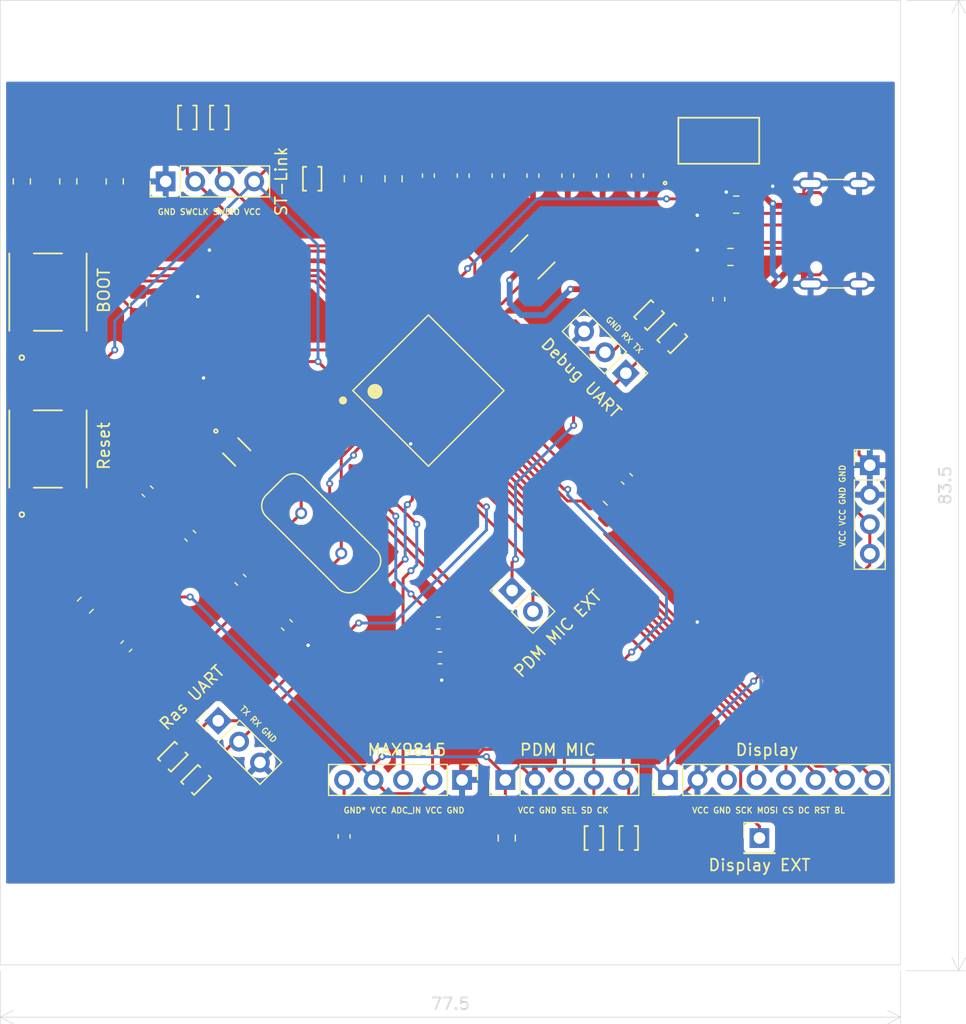
<source format=kicad_pcb>
(kicad_pcb (version 20241229) (generator "pcbnew") (generator_version "9.0")
  (layers (0 "F.Cu" signal) (2 "B.Cu" signal) (13 "F.Paste" user) (15 "B.Paste" user) (5 "F.SilkS" user "F.Silkscreen") (7 "B.SilkS" user "B.Silkscreen") (1 "F.Mask" user) (3 "B.Mask" user) (25 "Edge.Cuts" user))
  (net 0 "")
  (net 1 "VCC")
  (net 2 "GND")
  (net 3 "/NRST")
  (net 4 "/OSC32_IN")
  (net 5 "/OSC32_OUT")
  (net 6 "/OSC_IN")
  (net 7 "/OSC_OUT")
  (net 8 "/VIN")
  (net 9 "Net-(U1-VCAP1)")
  (net 10 "Net-(J2-Pin_5)")
  (net 11 "/UART2_TX")
  (net 12 "/UART2_RX")
  (net 13 "/UART1_TX")
  (net 14 "/UART1_RX")
  (net 15 "/SWCLK")
  (net 16 "/SWDIO")
  (net 17 "/I2S2_CK")
  (net 18 "/I2S2_SD")
  (net 19 "/USB_D-_Raw")
  (net 20 "/USB_D+_Raw")
  (net 21 "/ADC1_IN0")
  (net 22 "/MIC_SEL")
  (net 23 "/I2S2_ext_SD")
  (net 24 "/I2S2_WS")
  (net 25 "/DC")
  (net 26 "/RST")
  (net 27 "/SPI1_SCK")
  (net 28 "/CS")
  (net 29 "/BL")
  (net 30 "/SPI1_MOSI")
  (net 31 "/SPI1_MISO")
  (net 32 "Net-(LED1-Pad2)")
  (net 33 "Net-(LED2-Pad2)")
  (net 34 "Net-(LED3-Pad2)")
  (net 35 "/BOOT_1")
  (net 36 "/BOOT_0")
  (net 37 "/LED1")
  (net 38 "/LED2")
  (net 39 "/LED3")
  (net 50 "/USB_D-")
  (net 54 "/USB_D+")
  (net 68 "Net-(J11-CC2)")
  (net 70 "Net-(J11-CC1)")
  (footprint "Capacitor_SMD:C_0603_1608Metric_Pad1.08x0.95mm_HandSolder" (layer "F.Cu") (at 161.853375 87.585608 -90)
    (property "Reference" "C2" (hide yes))
    (property "Value" "100n" (hide yes))
  )
  (footprint "Capacitor_SMD:C_0603_1608Metric_Pad1.08x0.95mm_HandSolder" (layer "F.Cu") (at 122.674198 114.750387 135)
    (property "Reference" "C9" (hide yes))
    (property "Value" "20p" (hide yes))
  )
  (footprint "Capacitor_SMD:C_0603_1608Metric_Pad1.08x0.95mm_HandSolder" (layer "F.Cu") (at 171.853375 98.223107 -90)
    (property "Reference" "C13" (hide yes))
    (property "Value" "0.1u" (hide yes))
  )
  (footprint "Resistor_SMD:R_0805_2012Metric_Pad1.20x1.40mm_HandSolder" (layer "F.Cu") (at 111.853375 88.085608 90)
    (property "Reference" "R8" (hide yes))
    (property "Value" "150" (hide yes))
  )
  (footprint "Connector_PinHeader_2.54mm:PinHeader_1x01_P2.54mm_Vertical" (layer "F.Cu") (at 175.353375 144.585608)
    (property "Reference" "J7" (hide yes))
    (property "Value" "Display EXT")
  )
  (footprint "Connector_PinHeader_2.54mm:PinHeader_1x04_P2.54mm_Vertical" (layer "F.Cu") (at 184.853375 112.505608)
    (property "Reference" "J8" (hide yes))
    (property "Value" "VCC VCC GND GND")
  )
  (footprint "Capacitor_SMD:C_0603_1608Metric_Pad1.08x0.95mm_HandSolder" (layer "F.Cu") (at 152.853375 87.585608 -90)
    (property "Reference" "C4" (hide yes))
    (property "Value" "100n" (hide yes))
  )
  (footprint "Resistor_SMD:R_0805_2012Metric_Pad1.20x1.40mm_HandSolder" (layer "F.Cu") (at 121.853375 98.585608 90)
    (property "Reference" "R2" (hide yes))
    (property "Value" "10k" (hide yes))
  )
  (footprint "Connector_PinHeader_2.54mm:PinHeader_1x05_P2.54mm_Vertical" (layer "F.Cu") (at 153.478375 139.585608 90)
    (property "Reference" "J4" (hide yes))
    (property "Value" "PDM MIC")
  )
  (footprint "Connector_USB:USB_C_Receptacle_GCT_USB4105-xx-A_16P_TopMnt_Horizontal" (layer "F.Cu") (at 182.853375 92.585608 90)
    (property "Reference" "J11" (hide yes))
    (property "Value" "USB_C_Receptacle_USB2.0_16P" (hide yes))
  )
  (footprint "Capacitor_SMD:C_0603_1608Metric_Pad1.08x0.95mm_HandSolder" (layer "F.Cu") (at 147.853375 129.085608)
    (property "Reference" "C15" (hide yes))
    (property "Value" "0.1u" (hide yes))
  )
  (footprint "222AMVBAR:SO4_222A-M-V-B_CTS" (layer "F.Cu") (at 114.103374 97.61061 90)
    (property "Reference" "SW2" (hide yes))
    (property "Value" "222AMVBAR" (hide yes))
  )
  (footprint "Capacitor_SMD:C_0805_2012Metric_Pad1.18x1.45mm_HandSolder" (layer "F.Cu") (at 140.353376 87.855608 -90)
    (property "Reference" "C20" (hide yes))
    (property "Value" "10u" (hide yes))
  )
  (footprint "MountingHole:MountingHole_3.2mm_M3" (layer "F.Cu") (at 184 152)
    (property "Reference" "H4" (hide yes))
    (property "Value" "MountingHole" (hide yes))
  )
  (footprint "Capacitor_SMD:C_0603_1608Metric_Pad1.08x0.95mm_HandSolder" (layer "F.Cu") (at 155.853375 87.585608 -90)
    (property "Reference" "C5" (hide yes))
    (property "Value" "100n" (hide yes))
  )
  (footprint "Connector_PinHeader_2.54mm:PinHeader_1x08_P2.54mm_Vertical" (layer "F.Cu") (at 167.478375 139.585608 90)
    (property "Reference" "J6" (hide yes))
    (property "Value" "Display")
  )
  (footprint "Resistor_SMD:R_0805_2012Metric_Pad1.20x1.40mm_HandSolder" (layer "F.Cu") (at 173.353375 90.085608 180)
    (property "Reference" "R5" (hide yes))
    (property "Value" "5.1k" (hide yes))
  )
  (footprint "MountingHole:MountingHole_3.2mm_M3" (layer "F.Cu") (at 184 76)
    (property "Reference" "H1" (hide yes))
    (property "Value" "MountingHole" (hide yes))
  )
  (footprint "Capacitor_SMD:C_0603_1608Metric_Pad1.08x0.95mm_HandSolder" (layer "F.Cu") (at 146.853375 87.585608 -90)
    (property "Reference" "C1" (hide yes))
    (property "Value" "100n" (hide yes))
  )
  (footprint "PESD3V3:DIODE_PESD3V3L1BA_115_NEX-L" (layer "F.Cu") (at 167.853375 101.585608 45)
    (property "Reference" "CR5" (hide yes))
    (property "Value" "PESD3V3L1BA_115" (hide yes))
  )
  (footprint "USBLC6_2SC6Y:SOT23-6L_STM-L" (layer "F.Cu") (at 155.853375 94.585608 -135)
    (property "Reference" "U2" (hide yes))
    (property "Value" "USBLC6-2SC6Y" (hide yes))
  )
  (footprint "Capacitor_SMD:C_0805_2012Metric_Pad1.18x1.45mm_HandSolder" (layer "F.Cu") (at 143.853376 87.855608 -90)
    (property "Reference" "C14" (hide yes))
    (property "Value" "10u" (hide yes))
  )
  (footprint "Capacitor_SMD:C_0805_2012Metric_Pad1.18x1.45mm_HandSolder" (layer "F.Cu") (at 153.598375 144.585608 90)
    (property "Reference" "C19" (hide yes))
    (property "Value" "10u" (hide yes))
  )
  (footprint "Capacitor_SMD:C_0603_1608Metric_Pad1.08x0.95mm_HandSolder" (layer "F.Cu") (at 126.353375 118.585608 -45)
    (property "Reference" "C10" (hide yes))
    (property "Value" "20p" (hide yes))
  )
  (footprint "PESD3V3:DIODE_PESD3V3L1BA_115_NEX-L" (layer "F.Cu") (at 164.098375 144.585608 -90)
    (property "Reference" "CR16" (hide yes))
    (property "Value" "PESD3V3L1BA_115" (hide yes))
  )
  (footprint "LD1117S33CTR:SOT-223_STM-L" (layer "F.Cu") (at 171.853375 84.585608)
    (property "Reference" "CR1" (hide yes))
    (property "Value" "LD1117S33CTR" (hide yes))
  )
  (footprint "PESD3V3:DIODE_PESD3V3L1BA_115_NEX-L" (layer "F.Cu") (at 128.853375 82.585608 90)
    (property "Reference" "CR14" (hide yes))
    (property "Value" "PESD3V3L1BA_115" (hide yes))
  )
  (footprint "Resistor_SMD:R_0805_2012Metric_Pad1.20x1.40mm_HandSolder" (layer "F.Cu") (at 119.853375 88.085608 90)
    (property "Reference" "R6" (hide yes))
    (property "Value" "150" (hide yes))
  )
  (footprint "Connector_PinHeader_2.54mm:PinHeader_1x03_P2.54mm_Vertical" (layer "F.Cu") (at 128.761273 134.493506 45)
    (property "Reference" "J3" (hide yes))
    (property "Value" "Ras UART")
  )
  (footprint "Connector_PinHeader_2.54mm:PinHeader_1x05_P2.54mm_Vertical" (layer "F.Cu") (at 149.753375 139.585608 -90)
    (property "Reference" "J2" (hide yes))
    (property "Value" "MAX9815")
  )
  (footprint "ECS_327:XTAL_ECS-31B_ECS-L" (layer "F.Cu") (at 130.353375 111.360267 -45)
    (property "Reference" "XTAL1" (hide yes))
    (property "Value" "ECS-.327-12.5-34B-TR" (hide yes))
  )
  (footprint "STM32F411RE6:QFP50P1200X1200X160-64N" (layer "F.Cu") (at 146.853375 106.085608 45)
    (property "Reference" "U1" (hide yes))
    (property "Value" "STM32F411RET6" (hide yes))
  )
  (footprint "Capacitor_SMD:C_0603_1608Metric_Pad1.08x0.95mm_HandSolder" (layer "F.Cu") (at 149.853376 87.585608 -90)
    (property "Reference" "C6" (hide yes))
    (property "Value" "100n" (hide yes))
  )
  (footprint "222AMVBAR:SO4_222A-M-V-B_CTS" (layer "F.Cu") (at 114.103374 111.11061 90)
    (property "Reference" "SW1" (hide yes))
    (property "Value" "222AMVBAR" (hide yes))
  )
  (footprint "Capacitor_SMD:C_0603_1608Metric_Pad1.08x0.95mm_HandSolder" (layer "F.Cu") (at 147.715875 126.085608)
    (property "Reference" "C16" (hide yes))
    (property "Value" "1u" (hide yes))
  )
  (footprint "Connector_PinHeader_2.54mm:PinHeader_1x04_P2.54mm_Vertical" (layer "F.Cu") (at 124.233375 88.085608 90)
    (property "Reference" "J10" (hide yes))
    (property "Value" "ST-Link")
  )
  (footprint "LTST_C190GKT:LED_LTST-C190CKT_LTO" (layer "F.Cu") (at 115.853375 82.585608 -90)
    (property "Reference" "LED2" (hide yes))
    (property "Value" "LTST-C190GKT" (hide yes))
  )
  (footprint "PESD3V3:DIODE_PESD3V3L1BA_115_NEX-L" (layer "F.Cu") (at 126.853375 139.585608 -135)
    (property "Reference" "CR4" (hide yes))
    (property "Value" "PESD3V3L1BA_115" (hide yes))
  )
  (footprint "PESD3V3:DIODE_PESD3V3L1BA_115_NEX-L" (layer "F.Cu") (at 124.853375 137.585608 -135)
    (property "Reference" "CR3" (hide yes))
    (property "Value" "PESD3V3L1BA_115" (hide yes))
  )
  (footprint "Resistor_SMD:R_0805_2012Metric_Pad1.20x1.40mm_HandSolder" (layer "F.Cu") (at 115.853375 88.085608 90)
    (property "Reference" "R7" (hide yes))
    (property "Value" "150" (hide yes))
  )
  (footprint "Connector_PinHeader_2.54mm:PinHeader_1x03_P2.54mm_Vertical" (layer "F.Cu") (at 163.853375 104.585608 -135)
    (property "Reference" "J9" (hide yes))
    (property "Value" "Debug UART")
  )
  (footprint "Capacitor_SMD:C_0603_1608Metric_Pad1.08x0.95mm_HandSolder" (layer "F.Cu") (at 130.674198 122.360266 -45)
    (property "Reference" "C11" (hide yes))
    (property "Value" "20p" (hide yes))
  )
  (footprint "PESD3V3:DIODE_PESD3V3L1BA_115_NEX-L" (layer "F.Cu") (at 165.853375 99.585608 45)
    (property "Reference" "CR6" (hide yes))
    (property "Value" "PESD3V3L1BA_115" (hide yes))
  )
  (footprint "MountingHole:MountingHole_3.2mm_M3" (layer "F.Cu") (at 113.5 152)
    (property "Reference" "H3" (hide yes))
    (property "Value" "MountingHole" (hide yes))
  )
  (footprint "Resistor_SMD:R_0805_2012Metric_Pad1.20x1.40mm_HandSolder" (layer "F.Cu") (at 172.853375 94.585608 180)
    (property "Reference" "R4" (hide yes))
    (property "Value" "5.1k" (hide yes))
  )
  (footprint "PESD3V3:DIODE_PESD3V3L1BA_115_NEX-L" (layer "F.Cu") (at 126.100775 82.585608 90)
    (property "Reference" "CR13" (hide yes))
    (property "Value" "PESD3V3L1BA_115" (hide yes))
  )
  (footprint "Capacitor_SMD:C_0603_1608Metric_Pad1.08x0.95mm_HandSolder" (layer "F.Cu") (at 158.853376 87.585608 -90)
    (property "Reference" "C3" (hide yes))
    (property "Value" "100n" (hide yes))
  )
  (footprint "Capacitor_SMD:C_0603_1608Metric_Pad1.08x0.95mm_HandSolder" (layer "F.Cu") (at 120.853375 128.085608 45)
    (property "Reference" "C8" (hide yes))
    (property "Value" "0.1u" (hide yes))
  )
  (footprint "PESD3V3:DIODE_PESD3V3L1BA_115_NEX-L" (layer "F.Cu") (at 136.853376 87.855608 -90)
    (property "Reference" "CR2" (hide yes))
    (property "Value" "PESD3V3L1BA_115" (hide yes))
  )
  (footprint "Capacitor_SMD:C_0603_1608Metric_Pad1.08x0.95mm_HandSolder" (layer "F.Cu") (at 163.950602 113.682835 135)
    (property "Reference" "C17" (hide yes))
    (property "Value" "4.7u" (hide yes))
  )
  (footprint "MountingHole:MountingHole_3.2mm_M3" (layer "F.Cu") (at 113.5 76)
    (property "Reference" "H2" (hide yes))
    (property "Value" "MountingHole" (hide yes))
  )
  (footprint "LTST_C190GKT:LED_LTST-C190CKT_LTO" (layer "F.Cu") (at 119.853375 82.585608 -90)
    (property "Reference" "LED1" (hide yes))
    (property "Value" "LTST-C190GKT" (hide yes))
  )
  (footprint "Capacitor_SMD:C_0603_1608Metric_Pad1.08x0.95mm_HandSolder" (layer "F.Cu") (at 164.853375 87.585608 -90)
    (property "Reference" "C7" (hide yes))
    (property "Value" "100n" (hide yes))
  )
  (footprint "PESD3V3:DIODE_PESD3V3L1BA_115_NEX-L" (layer "F.Cu") (at 161.098375 144.585608 -90)
    (property "Reference" "CR18" (hide yes))
    (property "Value" "PESD3V3L1BA_115" (hide yes))
  )
  (footprint "Capacitor_SMD:C_0603_1608Metric_Pad1.08x0.95mm_HandSolder" (layer "F.Cu") (at 139.598375 144.448109 -90)
    (property "Reference" "C18" (hide yes))
    (property "Value" "1u" (hide yes))
  )
  (footprint "Capacitor_SMD:C_0603_1608Metric_Pad1.08x0.95mm_HandSolder" (layer "F.Cu") (at 134.674197 126.250387 -45)
    (property "Reference" "C12" (hide yes))
    (property "Value" "20p" (hide yes))
  )
  (footprint "ECS_80:XTAL_ECS-80-20-4X" (layer "F.Cu") (at 137.628034 118.360267 -45)
    (property "Reference" "Y1" (hide yes))
    (property "Value" "ECS-80-20-4X" (hide yes))
  )
  (footprint "Resistor_SMD:R_0805_2012Metric_Pad1.20x1.40mm_HandSolder" (layer "F.Cu") (at 117.317842 124.550075 45)
    (property "Reference" "R3" (hide yes))
    (property "Value" "10k" (hide yes))
  )
  (footprint "LTST_C190GKT:LED_LTST-C190CKT_LTO" (layer "F.Cu") (at 111.853375 82.585608 -90)
    (property "Reference" "LED3" (hide yes))
    (property "Value" "LTST-C190GKT" (hide yes))
  )
  (footprint "Connector_PinHeader_2.54mm:PinHeader_1x02_P2.54mm_Vertical" (layer "F.Cu") (at 154.057324 123.289557 45)
    (property "Reference" "J5" (hide yes))
    (property "Value" "PDM MIC EXT")
  )
  (footprint "Resistor_SMD:R_0805_2012Metric_Pad1.20x1.40mm_HandSolder" (layer "F.Cu") (at 161.560482 116.292715 -45)
    (property "Reference" "R1" (hide yes))
    (property "Value" "10k" (hide yes))
  )
  (gr_rect (start 110 72.5) (end 187.5 155.5) (stroke (width 0.05)) (fill no) (layer "Edge.Cuts"))
  (gr_text "GND SWCLK SWDIO VCC" (at 123.5 91 0) (layer "F.SilkS") (effects (font (size 0.5 0.5) (thickness 0.1) (bold yes)) (justify left bottom)))
  (gr_text "TX RX GND" (at 130.5 133.5 315) (layer "F.SilkS") (effects (font (size 0.5 0.5) (thickness 0.1) (bold yes)) (justify left bottom)))
  (gr_text "GND* VCC ADC_IN VCC GND" (at 139.5 142.5 0) (layer "F.SilkS") (effects (font (size 0.5 0.5) (thickness 0.1) (bold yes)) (justify left bottom)))
  (gr_text "BOOT" (at 119.5 99.5 90) (layer "F.SilkS") (effects (font (size 1 1)) (justify left bottom)))
  (gr_text "VCC GND SCK MOSI CS DC RST BL" (at 169.5 142.5 0) (layer "F.SilkS") (effects (font (size 0.5 0.5) (thickness 0.1) (bold yes)) (justify left bottom)))
  (gr_text "GND RX TX" (at 162 100 315) (layer "F.SilkS") (effects (font (size 0.5 0.5) (thickness 0.1) (bold yes)) (justify left bottom)))
  (gr_text "VCC GND SEL SD CK" (at 154.5 142.5 0) (layer "F.SilkS") (effects (font (size 0.5 0.5) (thickness 0.1) (bold yes)) (justify left bottom)))
  (gr_text "Reset" (at 119.5 113 90) (layer "F.SilkS") (effects (font (size 1 1)) (justify left bottom)))
  (dimension (type orthogonal) (layer "Edge.Cuts") (pts (xy 187.5 155.5) (xy 110 155.5)) (height 4.5) (orientation 0) (format (prefix "") (suffix "") (units 3) (units_format 0) (precision 4) (suppress_zeroes yes)) (style (thickness 0.05) (arrow_length 1.27) (text_position_mode 0) (arrow_direction outward) (extension_height 0.58642) (extension_offset 0.5) (keep_text_aligned yes)) (gr_text "77.5" (at 148.75 158.85 0) (layer "Edge.Cuts") (effects (font (size 1 1) (thickness 0.15)))))
  (dimension (type orthogonal) (layer "Edge.Cuts") (pts (xy 187.5 156) (xy 187.5 72.5)) (height 5) (orientation 1) (format (prefix "") (suffix "") (units 3) (units_format 0) (precision 4) (suppress_zeroes yes)) (style (thickness 0.05) (arrow_length 1.27) (text_position_mode 0) (arrow_direction outward) (extension_height 0.58642) (extension_offset 0.5) (keep_text_aligned yes)) (gr_text "83.5" (at 191.35 114.25 90) (layer "Edge.Cuts") (effects (font (size 1 1) (thickness 0.15)))))
  (segment (start 153.535534 107.464466) (end 158.1938 112.122732) (width 0.254) (layer "F.Cu") (net 1))
  (segment (start 146.853375 126.085608) (end 146.853375 126.585608) (width 0.254) (layer "F.Cu") (net 1))
  (segment (start 184.853375 120.125608) (end 184.853375 121.085608) (width 0.254) (layer "F.Cu") (net 1))
  (segment (start 148.232233 97.70675) (end 150.353375 95.585608) (width 0.254) (layer "F.Cu") (net 1))
  (segment (start 136.876327 86.630607) (end 136.853376 86.653558) (width 0.254) (layer "F.Cu") (net 1))
  (segment (start 184.853375 121.085608) (end 174.853375 131.085608) (width 0.254) (layer "F.Cu") (net 1))
  (segment (start 144.046731 116.892252) (end 143.398375 116.243896) (width 0.254) (layer "F.Cu") (net 1))
  (segment (start 117.853375 104.585608) (end 112.853375 104.585608) (width 0.254) (layer "F.Cu") (net 1))
  (segment (start 111.853373 103.585606) (end 111.853373 101.585608) (width 0.254) (layer "F.Cu") (net 1))
  (segment (start 119.853375 102.585608) (end 117.853375 104.585608) (width 0.254) (layer "F.Cu") (net 1))
  (segment (start 146.990875 129.223108) (end 147.213375 129.445608) (width 0.254) (layer "F.Cu") (net 1))
  (segment (start 143.853376 86.818108) (end 140.353376 86.818108) (width 0.254) (layer "F.Cu") (net 1))
  (segment (start 118.024949 123.842968) (end 126.342968 123.842968) (width 0.254) (layer "F.Cu") (net 1))
  (segment (start 142.133375 139.585608) (end 142.133375 138.305608) (width 0.254) (layer "F.Cu") (net 1))
  (segment (start 171.853375 87.735209) (end 170.841273 86.723107) (width 0.254) (layer "F.Cu") (net 1))
  (segment (start 143.398375 116.243896) (end 143.398375 112.722589) (width 0.254) (layer "F.Cu") (net 1))
  (segment (start 153.478375 139.585608) (end 153.478375 143.428108) (width 0.254) (layer "F.Cu") (net 1))
  (segment (start 170.002976 89.585608) (end 171.853375 87.735209) (width 0.254) (layer "F.Cu") (net 1))
  (segment (start 127.853375 106.585608) (end 133.414392 106.585608) (width 0.254) (layer "F.Cu") (net 1))
  (segment (start 146.990875 126.723108) (end 146.990875 129.085608) (width 0.254) (layer "F.Cu") (net 1))
  (segment (start 148.232233 99.403449) (end 148.232233 97.70675) (width 0.254) (layer "F.Cu") (net 1))
  (segment (start 179.390499 112.122732) (end 184.853375 117.585608) (width 0.254) (layer "F.Cu") (net 1))
  (segment (start 184.853375 120.125608) (end 184.853375 117.585608) (width 0.254) (layer "F.Cu") (net 1))
  (segment (start 118.024949 123.842968) (end 118.024949 116.414034) (width 0.254) (layer "F.Cu") (net 1))
  (segment (start 153.478375 143.428108) (end 153.598375 143.548108) (width 0.254) (layer "F.Cu") (net 1))
  (segment (start 146.035375 140.763608) (end 147.213375 139.585608) (width 0.254) (layer "F.Cu") (net 1))
  (segment (start 146.990875 129.085608) (end 146.990875 129.223108) (width 0.254) (layer "F.Cu") (net 1))
  (segment (start 146.853375 125.085608) (end 145.353375 123.585608) (width 0.254) (layer "F.Cu") (net 1))
  (segment (start 167.353375 89.585608) (end 170.002976 89.585608) (width 0.254) (layer "F.Cu") (net 1))
  (segment (start 140.353376 86.818108) (end 140.120875 86.818108) (width 0.254) (layer "F.Cu") (net 1))
  (segment (start 133.285425 86.653558) (end 136.853376 86.653558) (width 0.254) (layer "F.Cu") (net 1))
  (segment (start 170.841273 86.723107) (end 164.853375 86.723107) (width 0.254) (layer "F.Cu") (net 1))
  (segment (start 167.478375 130.599695) (end 167.478375 139.585608) (width 0.254) (layer "F.Cu") (net 1))
  (segment (start 118.024949 116.414034) (end 127.853375 106.585608) (width 0.254) (layer "F.Cu") (net 1))
  (segment (start 147.213375 129.445608) (end 147.213375 139.585608) (width 0.254) (layer "F.Cu") (net 1))
  (segment (start 146.853375 126.085608) (end 146.853375 125.085608) (width 0.254) (layer "F.Cu") (net 1))
  (segment (start 142.133375 138.305608) (end 142.853375 137.585608) (width 0.254) (layer "F.Cu") (net 1))
  (segment (start 143.311375 140.763608) (end 146.035375 140.763608) (width 0.254) (layer "F.Cu") (net 1))
  (segment (start 137.353375 103.585608) (end 136.414392 103.585608) (width 0.254) (layer "F.Cu") (net 1))
  (segment (start 149.853376 86.723107) (end 143.876327 86.723107) (width 0.254) (layer "F.Cu") (net 1))
  (segment (start 138.474517 104.70675) (end 137.353375 103.585608) (width 0.254) (layer "F.Cu") (net 1))
  (segment (start 140.120875 86.818108) (end 139.956325 86.653558) (width 0.254) (layer "F.Cu") (net 1))
  (segment (start 150.353375 95.585608) (end 150.226375 95.585608) (width 0.254) (layer "F.Cu") (net 1))
  (segment (start 139.956325 86.653558) (end 136.853376 86.653558) (width 0.254) (layer "F.Cu") (net 1))
  (segment (start 158.1938 112.122732) (end 179.390499 112.122732) (width 0.254) (layer "F.Cu") (net 1))
  (segment (start 148.93934 112.06066) (end 167.478375 130.599695) (width 0.254) (layer "F.Cu") (net 1))
  (segment (start 151.853375 137.585608) (end 153.478375 139.210608) (width 0.254) (layer "F.Cu") (net 1))
  (segment (start 146.853375 126.585608) (end 146.990875 126.723108) (width 0.254) (layer "F.Cu") (net 1))
  (segment (start 143.398375 112.722589) (end 144.413857 111.707107) (width 0.254) (layer "F.Cu") (net 1))
  (segment (start 136.414392 103.585608) (end 133.414392 106.585608) (width 0.254) (layer "F.Cu") (net 1))
  (segment (start 131.853375 88.085608) (end 133.285425 86.653558) (width 0.254) (layer "F.Cu") (net 1))
  (segment (start 164.853376 86.723108) (end 149.853376 86.723107) (width 0.254) (layer "F.Cu") (net 1))
  (segment (start 112.853375 104.585608) (end 111.853373 103.585606) (width 0.254) (layer "F.Cu") (net 1))
  (segment (start 140.171216 104.70675) (end 138.474517 104.70675) (width 0.254) (layer "F.Cu") (net 1))
  (segment (start 153.478375 139.210608) (end 153.478375 139.585608) (width 0.254) (layer "F.Cu") (net 1))
  (segment (start 142.133375 139.585608) (end 143.311375 140.763608) (width 0.254) (layer "F.Cu") (net 1))
  (via (at 142.853375 137.585608) (size 0.6) (drill 0.3) (layers "F.Cu" "B.Cu") (net 1))
  (via (at 144.046731 116.892252) (size 0.6) (drill 0.3) (layers "F.Cu" "B.Cu") (net 1))
  (via (at 145.353375 123.585608) (size 0.6) (drill 0.3) (layers "F.Cu" "B.Cu") (net 1))
  (via (at 137.353375 103.585608) (size 0.6) (drill 0.3) (layers "F.Cu" "B.Cu") (net 1))
  (via (at 167.353375 89.585608) (size 0.6) (drill 0.3) (layers "F.Cu" "B.Cu") (net 1))
  (via (at 119.853375 102.585608) (size 0.6) (drill 0.3) (layers "F.Cu" "B.Cu") (net 1))
  (via (at 174.853375 131.085608) (size 0.6) (drill 0.3) (layers "F.Cu" "B.Cu") (net 1))
  (via (at 126.342968 123.842968) (size 0.6) (drill 0.3) (layers "F.Cu" "B.Cu") (net 1))
  (via (at 151.853375 137.585608) (size 0.6) (drill 0.3) (layers "F.Cu" "B.Cu") (net 1))
  (via (at 150.226375 95.585608) (size 0.6) (drill 0.3) (layers "F.Cu" "B.Cu") (net 1))
  (segment (start 142.853375 137.585608) (end 151.853375 137.585608) (width 0.254) (layer "B.Cu") (net 1))
  (segment (start 137.353375 103.585608) (end 137.353375 93.585608) (width 0.254) (layer "B.Cu") (net 1))
  (segment (start 144.046731 116.892252) (end 144.046731 122.278964) (width 0.254) (layer "B.Cu") (net 1))
  (segment (start 150.226375 95.585608) (end 156.226375 89.585608) (width 0.254) (layer "B.Cu") (net 1))
  (segment (start 126.390735 123.842968) (end 142.133375 139.585608) (width 0.254) (layer "B.Cu") (net 1))
  (segment (start 126.342968 123.842968) (end 126.390735 123.842968) (width 0.254) (layer "B.Cu") (net 1))
  (segment (start 153.478375 139.585608) (end 154.656375 138.407608) (width 0.254) (layer "B.Cu") (net 1))
  (segment (start 144.046731 122.278964) (end 145.353375 123.585608) (width 0.254) (layer "B.Cu") (net 1))
  (segment (start 131.853375 88.085608) (end 119.853375 100.085608) (width 0.254) (layer "B.Cu") (net 1))
  (segment (start 174.853375 131.085608) (end 167.478375 138.460608) (width 0.254) (layer "B.Cu") (net 1))
  (segment (start 137.353375 93.585608) (end 131.853375 88.085608) (width 0.254) (layer "B.Cu") (net 1))
  (segment (start 154.656375 138.407608) (end 166.300375 138.407608) (width 0.254) (layer "B.Cu") (net 1))
  (segment (start 166.300375 138.407608) (end 167.478375 139.585608) (width 0.254) (layer "B.Cu") (net 1))
  (segment (start 156.226375 89.585608) (end 167.353375 89.585608) (width 0.254) (layer "B.Cu") (net 1))
  (segment (start 167.478375 138.460608) (end 167.478375 139.585608) (width 0.254) (layer "B.Cu") (net 1))
  (segment (start 119.853375 100.085608) (end 119.853375 102.585608) (width 0.254) (layer "B.Cu") (net 1))
  (segment (start 153.598375 145.623108) (end 149.753375 141.778108) (width 0.254) (layer "F.Cu") (net 2))
  (segment (start 179.748375 88.265608) (end 183.928375 88.265608) (width 0.254) (layer "F.Cu") (net 2))
  (segment (start 172.353375 90.085608) (end 170.914392 90.085608) (width 0.254) (layer "F.Cu") (net 2))
  (segment (start 183.928375 111.580608) (end 184.853375 112.505608) (width 0.254) (layer "F.Cu") (net 2))
  (segment (start 170.018375 139.585608) (end 163.980875 145.623108) (width 0.254) (layer "F.Cu") (net 2))
  (segment (start 147.974944 102.610983) (end 153.181981 107.81802) (width 0.254) (layer "F.Cu") (net 2))
  (segment (start 117.414392 115.085608) (end 127.5 105) (width 0.2) (layer "F.Cu") (net 2))
  (segment (start 177.385608 89.385608) (end 176.5 88.5) (width 0.254) (layer "F.Cu") (net 2))
  (segment (start 180.895775 95.74377) (end 180.516537 96.123008) (width 0.254) (layer "F.Cu") (net 2))
  (segment (start 140.524769 104.353196) (end 140.55588 104.353196) (width 0.254) (layer "F.Cu") (net 2))
  (segment (start 180.895775 89.427446) (end 180.895775 95.74377) (width 0.254) (layer "F.Cu") (net 2))
  (segment (start 149.753375 141.778108) (end 149.753375 139.585608) (width 0.254) (layer "F.Cu") (net 2))
  (segment (start 144.743001 110.670856) (end 145.329144 110.670856) (width 0.254) (layer "F.Cu") (net 2))
  (segment (start 164.560482 120.560482) (end 170 126) (width 0.254) (layer "F.Cu") (net 2))
  (segment (start 180.516537 96.123008) (end 179.510775 96.123008) (width 0.254) (layer "F.Cu") (net 2))
  (segment (start 149.753375 138.797481) (end 151.593248 136.957608) (width 0.254) (layer "F.Cu") (net 2))
  (segment (start 148.578375 126.085608) (end 148.578375 128.948108) (width 0.254) (layer "F.Cu") (net 2))
  (segment (start 179.173375 96.330608) (end 179.748375 96.905608) (width 0.254) (layer "F.Cu") (net 2))
  (segment (start 179.173375 89.385608) (end 179.510775 89.048208) (width 0.254) (layer "F.Cu") (net 2))
  (segment (start 149.753375 139.585608) (end 149.753375 138.797481) (width 0.254) (layer "F.Cu") (net 2))
  (segment (start 125.585608 97.585608) (end 121.853375 97.585608) (width 0.254) (layer "F.Cu") (net 2))
  (segment (start 147.974944 100.367845) (end 147.974944 102.610983) (width 0.254) (layer "F.Cu") (net 2))
  (segment (start 170.585608 94.585608) (end 171.853375 94.585608) (width 0.254) (layer "F.Cu") (net 2))
  (segment (start 124.233375 90.233375) (end 128 94) (width 0.254) (layer "F.Cu") (net 2))
  (segment (start 153.390375 136.957608) (end 156.018375 139.585608) (width 0.254) (layer "F.Cu") (net 2))
  (segment (start 170.914392 90.085608) (end 170 91) (width 0.254) (layer "F.Cu") (net 2))
  (segment (start 148.715875 129.085608) (end 148.715875 130.284125) (width 0.254) (layer "F.Cu") (net 2))
  (segment (start 126 98) (end 125.585608 97.585608) (width 0.254) (layer "F.Cu") (net 2))
  (segment (start 144.060303 111.353554) (end 144.743001 110.670856) (width 0.254) (layer "F.Cu") (net 2))
  (segment (start 124.233375 88.085608) (end 124.233375 90.233375) (width 0.254) (layer "F.Cu") (net 2))
  (segment (start 148.715875 130.284125) (end 148 131) (width 0.254) (layer "F.Cu") (net 2))
  (segment (start 183.928375 96.905608) (end 183.928375 111.580608) (width 0.254) (layer "F.Cu") (net 2))
  (segment (start 151.593248 136.957608) (end 153.390375 136.957608) (width 0.254) (layer "F.Cu") (net 2))
  (segment (start 183.928375 88.265608) (end 183.928375 96.905608) (width 0.254) (layer "F.Cu") (net 2))
  (segment (start 179.173375 89.385608) (end 177.385608 89.385608) (width 0.254) (layer "F.Cu") (net 2))
  (segment (start 164.560482 114.292715) (end 164.560482 120.560482) (width 0.254) (layer "F.Cu") (net 2))
  (segment (start 136.42381 128) (end 135.284077 126.860267) (width 0.254) (layer "F.Cu") (net 2))
  (segment (start 148.585787 112.383103) (end 148.585787 112.414214) (width 0.254) (layer "F.Cu") (net 2))
  (segment (start 136.5 128) (end 136.42381 128) (width 0.254) (layer "F.Cu") (net 2))
  (segment (start 140.55588 104.353196) (end 148.585787 112.383103) (width 0.254) (layer "F.Cu") (net 2))
  (segment (start 180.516537 89.048208) (end 180.895775 89.427446) (width 0.254) (layer "F.Cu") (net 2))
  (segment (start 172.5 89) (end 172.5 89.938983) (width 0.254) (layer "F.Cu") (net 2))
  (segment (start 183.928375 96.905608) (end 179.748375 96.905608) (width 0.254) (layer "F.Cu") (net 2))
  (segment (start 179.173375 89.385608) (end 179.173375 88.840608) (width 0.254) (layer "F.Cu") (net 2))
  (segment (start 148.585787 99.757002) (end 147.974944 100.367845) (width 0.254) (layer "F.Cu") (net 2))
  (segment (start 179.510775 96.123008) (end 179.173375 95.785608) (width 0.254) (layer "F.Cu") (net 2))
  (segment (start 116.353375 115.085608) (end 117.414392 115.085608) (width 0.2) (layer "F.Cu") (net 2))
  (segment (start 163.980875 145.623108) (end 153.598375 145.623108) (width 0.254) (layer "F.Cu") (net 2))
  (segment (start 179.173375 95.785608) (end 179.173375 96.330608) (width 0.254) (layer "F.Cu") (net 2))
  (segment (start 179.173375 88.840608) (end 179.748375 88.265608) (width 0.254) (layer "F.Cu") (net 2))
  (segment (start 179.510775 89.048208) (end 180.516537 89.048208) (width 0.254) (layer "F.Cu") (net 2))
  (segment (start 148.578375 128.948108) (end 148.715875 129.085608) (width 0.254) (layer "F.Cu") (net 2))
  (segment (start 172.5 89.938983) (end 172.353375 90.085608) (width 0.254) (layer "F.Cu") (net 2))
  (segment (start 170 94) (end 170.585608 94.585608) (width 0.254) (layer "F.Cu") (net 2))
  (segment (start 127 98) (end 126 98) (width 0.254) (layer "F.Cu") (net 2))
  (via (at 176.5 88.5) (size 0.6) (drill 0.3) (layers "F.Cu" "B.Cu") (net 2))
  (via (at 170 91) (size 0.6) (drill 0.3) (layers "F.Cu" "B.Cu") (net 2))
  (via (at 136.5 128) (size 0.6) (drill 0.3) (layers "F.Cu" "B.Cu") (net 2))
  (via (at 145.329144 110.670856) (size 0.6) (drill 0.3) (layers "F.Cu" "B.Cu") (net 2))
  (via (at 170 94) (size 0.6) (drill 0.3) (layers "F.Cu" "B.Cu") (net 2))
  (via (at 172.5 89) (size 0.6) (drill 0.3) (layers "F.Cu" "B.Cu") (net 2))
  (via (at 128 94) (size 0.6) (drill 0.3) (layers "F.Cu" "B.Cu") (net 2))
  (via (at 127 98) (size 0.6) (drill 0.3) (layers "F.Cu" "B.Cu") (net 2))
  (via (at 148 131) (size 0.6) (drill 0.3) (layers "F.Cu" "B.Cu") (net 2))
  (via (at 170 126) (size 0.6) (drill 0.3) (layers "F.Cu" "B.Cu") (net 2))
  (via (at 127.5 105) (size 0.6) (drill 0.3) (layers "F.Cu" "B.Cu") (net 2))
  (segment (start 170 126) (end 170.655894 126) (width 0.254) (layer "B.Cu") (net 2))
  (segment (start 175.481375 134.122608) (end 170.018375 139.585608) (width 0.254) (layer "B.Cu") (net 2))
  (segment (start 148 131) (end 139.5 131) (width 0.254) (layer "B.Cu") (net 2))
  (segment (start 128 97) (end 127 98) (width 0.254) (layer "B.Cu") (net 2))
  (segment (start 170 91) (end 170 94) (width 0.254) (layer "B.Cu") (net 2))
  (segment (start 150.583923 110.670856) (end 160.261273 100.993506) (width 0.254) (layer "B.Cu") (net 2))
  (segment (start 170.655894 126) (end 175.481375 130.825481) (width 0.254) (layer "B.Cu") (net 2))
  (segment (start 176.5 88.5) (end 173 88.5) (width 0.254) (layer "B.Cu") (net 2))
  (segment (start 139.5 131) (end 136.5 128) (width 0.254) (layer "B.Cu") (net 2))
  (segment (start 128 94) (end 128 97) (width 0.254) (layer "B.Cu") (net 2))
  (segment (start 127.5 105) (end 127.5 98.5) (width 0.2) (layer "B.Cu") (net 2))
  (segment (start 127.5 98.5) (end 127 98) (width 0.2) (layer "B.Cu") (net 2))
  (segment (start 175.481375 130.825481) (end 175.481375 134.122608) (width 0.254) (layer "B.Cu") (net 2))
  (segment (start 145.329144 110.670856) (end 150.583923 110.670856) (width 0.254) (layer "B.Cu") (net 2))
  (segment (start 173 88.5) (end 172.5 89) (width 0.254) (layer "B.Cu") (net 2))
  (segment (start 116.540018 125.257181) (end 116.610735 125.257181) (width 0.254) (layer "F.Cu") (net 3))
  (segment (start 126.782738 128.695488) (end 138.353375 117.124851) (width 0.254) (layer "F.Cu") (net 3))
  (segment (start 120.049041 128.695488) (end 120.243495 128.695488) (width 0.254) (layer "F.Cu") (net 3))
  (segment (start 111.853373 115.085608) (end 111.853373 120.49982) (width 0.254) (layer "F.Cu") (net 3))
  (segment (start 140.412847 111.645081) (end 140.412847 111.465476) (width 0.254) (layer "F.Cu") (net 3))
  (segment (start 138.353375 117.124851) (end 138.353375 114.085608) (width 0.254) (layer "F.Cu") (net 3))
  (segment (start 116.964288 125.610735) (end 117.158741 125.610735) (width 0.254) (layer "F.Cu") (net 3))
  (segment (start 120.243495 128.695488) (end 126.782738 128.695488) (width 0.254) (layer "F.Cu") (net 3))
  (segment (start 111.853373 120.49982) (end 116.610735 125.257182) (width 0.254) (layer "F.Cu") (net 3))
  (segment (start 116.610735 125.257182) (end 120.049041 128.695488) (width 0.254) (layer "F.Cu") (net 3))
  (segment (start 116.610735 125.257181) (end 116.964288 125.610735) (width 0.254) (layer "F.Cu") (net 3))
  (segment (start 140.412847 111.465476) (end 142.292536 109.585787) (width 0.254) (layer "F.Cu") (net 3))
  (via (at 140.412847 111.645081) (size 0.6) (drill 0.3) (layers "F.Cu" "B.Cu") (net 3))
  (via (at 138.353375 114.085608) (size 0.6) (drill 0.3) (layers "F.Cu" "B.Cu") (net 3))
  (segment (start 138.353375 113.704553) (end 138.353375 114.085608) (width 0.254) (layer "B.Cu") (net 3))
  (segment (start 140.412847 111.645081) (end 138.353375 113.704553) (width 0.254) (layer "B.Cu") (net 3))
  (segment (start 129.831982 110.085608) (end 139.408832 109.641065) (width 0.254) (layer "F.Cu") (net 4))
  (segment (start 139.408832 109.641065) (end 140.878323 108.171573) (width 0.254) (layer "F.Cu") (net 4))
  (segment (start 123.284078 115.360267) (end 124.557323 115.360267) (width 0.254) (layer "F.Cu") (net 4))
  (segment (start 129.455349 110.462241) (end 129.831982 110.085608) (width 0.254) (layer "F.Cu") (net 4))
  (segment (start 124.557323 115.360267) (end 129.455349 110.462241) (width 0.254) (layer "F.Cu") (net 4))
  (segment (start 131.251401 112.258293) (end 137.353375 112.258293) (width 0.254) (layer "F.Cu") (net 5))
  (segment (start 131.251401 112.487936) (end 131.251401 112.258293) (width 0.254) (layer "F.Cu") (net 5))
  (segment (start 137.353375 112.258293) (end 141.231876 108.525126) (width 0.254) (layer "F.Cu") (net 5))
  (segment (start 125.886514 117.852823) (end 131.251401 112.487936) (width 0.254) (layer "F.Cu") (net 5))
  (segment (start 135.902693 116.634926) (end 135.902693 114.561416) (width 0.254) (layer "F.Cu") (net 6))
  (segment (start 130.064318 121.750386) (end 130.787233 121.750386) (width 0.254) (layer "F.Cu") (net 6))
  (segment (start 135.902693 114.561416) (end 141.585429 108.87868) (width 0.254) (layer "F.Cu") (net 6))
  (segment (start 130.787233 121.750386) (end 135.902693 116.634926) (width 0.254) (layer "F.Cu") (net 6))
  (segment (start 134.064317 125.640507) (end 139.353375 120.351449) (width 0.254) (layer "F.Cu") (net 7))
  (segment (start 139.353375 120.085608) (end 139.353375 111.817841) (width 0.254) (layer "F.Cu") (net 7))
  (segment (start 139.353375 120.351449) (end 139.353375 120.085608) (width 0.254) (layer "F.Cu") (net 7))
  (segment (start 139.353375 111.817841) (end 141.938983 109.232233) (width 0.254) (layer "F.Cu") (net 7))
  (segment (start 171.853375 97.360606) (end 159.078377 97.360606) (width 0.508) (layer "F.Cu") (net 8))
  (segment (start 171.853375 97.360606) (end 176.163621 97.360606) (width 0.508) (layer "F.Cu") (net 8))
  (segment (start 176.418167 90) (end 174.153375 87.735208) (width 0.508) (layer "F.Cu") (net 8))
  (segment (start 177.012114 96.512114) (end 178.538619 94.985608) (width 0.508) (layer "F.Cu") (net 8))
  (segment (start 154.95984 95.479143) (end 153.853375 96.585608) (width 0.508) (layer "F.Cu") (net 8))
  (segment (start 176.163621 97.360606) (end 177.012114 96.512114) (width 0.508) (layer "F.Cu") (net 8))
  (segment (start 176.5 90) (end 176.418167 90) (width 0.508) (layer "F.Cu") (net 8))
  (segment (start 171.853374 97.360606) (end 171.853375 97.527054) (width 0.508) (layer "F.Cu") (net 8))
  (segment (start 179.173375 90.185608) (end 176.685608 90.185608) (width 0.508) (layer "F.Cu") (net 8))
  (segment (start 176.685608 90.185608) (end 176.5 90) (width 0.508) (layer "F.Cu") (net 8))
  (segment (start 178.538619 94.985608) (end 179.173375 94.985608) (width 0.508) (layer "F.Cu") (net 8))
  (via (at 159.078377 97.360606) (size 0.6) (drill 0.3) (layers "F.Cu" "B.Cu") (net 8))
  (via (at 177.012114 96.512114) (size 0.6) (drill 0.3) (layers "F.Cu" "B.Cu") (net 8))
  (via (at 153.853375 96.585608) (size 0.6) (drill 0.3) (layers "F.Cu" "B.Cu") (net 8))
  (via (at 176.5 90) (size 0.6) (drill 0.3) (layers "F.Cu" "B.Cu") (net 8))
  (segment (start 176.5 96) (end 177.012114 96.512114) (width 0.508) (layer "B.Cu") (net 8))
  (segment (start 156.853375 99.585608) (end 159.078377 97.360606) (width 0.508) (layer "B.Cu") (net 8))
  (segment (start 153.853375 96.585608) (end 153.853375 98.585608) (width 0.508) (layer "B.Cu") (net 8))
  (segment (start 153.853375 98.585608) (end 154.853375 99.585608) (width 0.508) (layer "B.Cu") (net 8))
  (segment (start 154.853375 99.585608) (end 156.853375 99.585608) (width 0.508) (layer "B.Cu") (net 8))
  (segment (start 176.5 90) (end 176.5 96) (width 0.508) (layer "B.Cu") (net 8))
  (segment (start 157.729809 113.072955) (end 152.828427 108.171573) (width 0.254) (layer "F.Cu") (net 9))
  (segment (start 163.340722 113.072955) (end 157.729809 113.072955) (width 0.254) (layer "F.Cu") (net 9))
  (segment (start 139.598375 143.585608) (end 139.598375 139.590608) (width 0.254) (layer "F.Cu") (net 10))
  (segment (start 139.598375 139.590608) (end 139.593375 139.585608) (width 0.254) (layer "F.Cu") (net 10))
  (segment (start 128.761273 134.493506) (end 130.945477 134.493506) (width 0.254) (layer "F.Cu") (net 11))
  (segment (start 125.703353 136.73563) (end 127.945477 134.493506) (width 0.254) (layer "F.Cu") (net 11))
  (segment (start 127.945477 134.493506) (end 128.761273 134.493506) (width 0.254) (layer "F.Cu") (net 11))
  (segment (start 130.945477 134.493506) (end 144.853375 120.585608) (width 0.254) (layer "F.Cu") (net 11))
  (segment (start 145.046731 115.892252) (end 145.474517 115.464466) (width 0.254) (layer "F.Cu") (net 11))
  (segment (start 145.474517 115.464466) (end 145.474517 112.767767) (width 0.254) (layer "F.Cu") (net 11))
  (via (at 144.853375 120.585608) (size 0.6) (drill 0.3) (layers "F.Cu" "B.Cu") (net 11))
  (via (at 145.046731 115.892252) (size 0.6) (drill 0.3) (layers "F.Cu" "B.Cu") (net 11))
  (segment (start 144.853375 120.585608) (end 144.853375 116.085608) (width 0.254) (layer "B.Cu") (net 11))
  (segment (start 144.853375 116.085608) (end 145.046731 115.892252) (width 0.254) (layer "B.Cu") (net 11))
  (segment (start 151.550074 116.085608) (end 148.232233 112.767767) (width 0.254) (layer "F.Cu") (net 12))
  (segment (start 151.853375 116.085608) (end 151.550074 116.085608) (width 0.254) (layer "F.Cu") (net 12))
  (segment (start 140.761273 126.085608) (end 140.853375 126.085608) (width 0.254) (layer "F.Cu") (net 12))
  (segment (start 127.703353 138.73563) (end 130.149426 136.289557) (width 0.254) (layer "F.Cu") (net 12))
  (segment (start 130.557324 136.289557) (end 140.761273 126.085608) (width 0.254) (layer "F.Cu") (net 12))
  (segment (start 130.149426 136.289557) (end 130.557324 136.289557) (width 0.254) (layer "F.Cu") (net 12))
  (via (at 140.853375 126.085608) (size 0.6) (drill 0.3) (layers "F.Cu" "B.Cu") (net 12))
  (via (at 151.853375 116.085608) (size 0.6) (drill 0.3) (layers "F.Cu" "B.Cu") (net 12))
  (segment (start 140.853375 126.085608) (end 143.853375 126.085608) (width 0.254) (layer "B.Cu") (net 12))
  (segment (start 151.853375 118.085608) (end 151.853375 116.085608) (width 0.254) (layer "B.Cu") (net 12))
  (segment (start 143.853375 126.085608) (end 151.853375 118.085608) (width 0.254) (layer "B.Cu") (net 12))
  (segment (start 151.220981 100.657342) (end 150.353554 101.524769) (width 0.254) (layer "F.Cu") (net 13))
  (segment (start 163.853375 104.585608) (end 166.003397 102.435586) (width 0.254) (layer "F.Cu") (net 13))
  (segment (start 159.295445 105.671146) (end 154.281641 100.657342) (width 0.254) (layer "F.Cu") (net 13))
  (segment (start 163.853375 104.585608) (end 162.767837 105.671146) (width 0.254) (layer "F.Cu") (net 13))
  (segment (start 162.767837 105.671146) (end 159.295445 105.671146) (width 0.254) (layer "F.Cu") (net 13))
  (segment (start 166.003397 102.435586) (end 167.003397 102.435586) (width 0.254) (layer "F.Cu") (net 13))
  (segment (start 154.281641 100.657342) (end 151.220981 100.657342) (width 0.254) (layer "F.Cu") (net 13))
  (segment (start 162.057324 102.789557) (end 162.649426 102.789557) (width 0.254) (layer "F.Cu") (net 14))
  (segment (start 151.085608 100.085608) (end 150 101.171216) (width 0.254) (layer "F.Cu") (net 14))
  (segment (start 162.649426 102.789557) (end 165.003397 100.435586) (width 0.254) (layer "F.Cu") (net 14))
  (segment (start 154.353375 100.085608) (end 151.085608 100.085608) (width 0.254) (layer "F.Cu") (net 14))
  (segment (start 162.057324 102.789557) (end 157.057324 102.789557) (width 0.254) (layer "F.Cu") (net 14))
  (segment (start 157.057324 102.789557) (end 154.353375 100.085608) (width 0.254) (layer "F.Cu") (net 14))
  (segment (start 126.100775 87.413008) (end 126.773375 88.085608) (width 0.254) (layer "F.Cu") (net 15))
  (segment (start 140.156676 94.085608) (end 145.474517 99.403449) (width 0.254) (layer "F.Cu") (net 15))
  (segment (start 126.100775 83.787658) (end 126.100775 87.413008) (width 0.254) (layer "F.Cu") (net 15))
  (segment (start 126.773375 88.085608) (end 132.773375 94.085608) (width 0.254) (layer "F.Cu") (net 15))
  (segment (start 132.773375 94.085608) (end 140.156676 94.085608) (width 0.254) (layer "F.Cu") (net 15))
  (segment (start 150.853375 98.196521) (end 148.93934 100.110556) (width 0.254) (layer "F.Cu") (net 16))
  (segment (start 129.313374 88.085608) (end 134.858374 93.630608) (width 0.254) (layer "F.Cu") (net 16))
  (segment (start 134.858374 93.630608) (end 149.398375 93.630608) (width 0.254) (layer "F.Cu") (net 16))
  (segment (start 128.853375 87.625609) (end 129.313374 88.085608) (width 0.254) (layer "F.Cu") (net 16))
  (segment (start 128.853375 83.787658) (end 128.853375 87.625609) (width 0.254) (layer "F.Cu") (net 16))
  (segment (start 149.398375 93.630608) (end 150.853375 95.085608) (width 0.254) (layer "F.Cu") (net 16))
  (segment (start 150.853375 95.085608) (end 150.853375 98.196521) (width 0.254) (layer "F.Cu") (net 16))
  (segment (start 163.638375 139.585608) (end 163.638375 129.300608) (width 0.254) (layer "F.Cu") (net 17))
  (segment (start 164.098375 143.383558) (end 164.098375 140.045608) (width 0.254) (layer "F.Cu") (net 17))
  (segment (start 164.098375 140.045608) (end 163.638375 139.585608) (width 0.254) (layer "F.Cu") (net 17))
  (segment (start 163.638375 129.300608) (end 164.353375 128.585608) (width 0.254) (layer "F.Cu") (net 17))
  (segment (start 158.535356 114.585608) (end 152.474874 108.525126) (width 0.254) (layer "F.Cu") (net 17))
  (segment (start 158.853375 114.585608) (end 158.535356 114.585608) (width 0.254) (layer "F.Cu") (net 17))
  (via (at 158.853375 114.585608) (size 0.6) (drill 0.3) (layers "F.Cu" "B.Cu") (net 17))
  (via (at 164.353375 128.585608) (size 0.6) (drill 0.3) (layers "F.Cu" "B.Cu") (net 17))
  (segment (start 167.353375 125.585608) (end 167.353375 123.585608) (width 0.254) (layer "B.Cu") (net 17))
  (segment (start 167.353375 123.585608) (end 158.853375 115.085608) (width 0.254) (layer "B.Cu") (net 17))
  (segment (start 164.353375 128.585608) (end 167.353375 125.585608) (width 0.254) (layer "B.Cu") (net 17))
  (segment (start 158.853375 115.085608) (end 158.853375 114.585608) (width 0.254) (layer "B.Cu") (net 17))
  (segment (start 142.853375 111.853375) (end 143.70675 111) (width 0.254) (layer "F.Cu") (net 18))
  (segment (start 142.853375 116.585608) (end 142.853375 111.853375) (width 0.254) (layer "F.Cu") (net 18))
  (segment (start 161.098375 139.585608) (end 161.098375 134.830608) (width 0.254) (layer "F.Cu") (net 18))
  (segment (start 161.098375 134.830608) (end 142.853375 116.585608) (width 0.254) (layer "F.Cu") (net 18))
  (segment (start 161.098375 143.383558) (end 161.098375 139.585608) (width 0.254) (layer "F.Cu") (net 18))
  (segment (start 158.44688 93.335608) (end 157.418663 94.363825) (width 0.254) (layer "F.Cu") (net 19))
  (segment (start 178.526367 93.335608) (end 179.173375 93.335608) (width 0.254) (layer "F.Cu") (net 19))
  (segment (start 178.270375 92.5916) (end 178.270375 93.079616) (width 0.254) (layer "F.Cu") (net 19))
  (segment (start 179.173375 92.335608) (end 178.526367 92.335608) (width 0.254) (layer "F.Cu") (net 19))
  (segment (start 178.270375 93.079616) (end 178.526367 93.335608) (width 0.254) (layer "F.Cu") (net 19))
  (segment (start 179.173375 93.335608) (end 158.44688 93.335608) (width 0.254) (layer "F.Cu") (net 19))
  (segment (start 178.526367 92.335608) (end 178.270375 92.5916) (width 0.254) (layer "F.Cu") (net 19))
  (segment (start 179.820383 91.835608) (end 180.076375 92.0916) (width 0.254) (layer "F.Cu") (net 20))
  (segment (start 179.173375 91.835608) (end 157.25987 91.835608) (width 0.254) (layer "F.Cu") (net 20))
  (segment (start 180.076375 92.579616) (end 179.820383 92.835608) (width 0.254) (layer "F.Cu") (net 20))
  (segment (start 180.076375 92.0916) (end 180.076375 92.579616) (width 0.254) (layer "F.Cu") (net 20))
  (segment (start 157.25987 91.835608) (end 156.075158 93.02032) (width 0.254) (layer "F.Cu") (net 20))
  (segment (start 155.853375 93.242103) (end 156.075158 93.02032) (width 0.254) (layer "F.Cu") (net 20))
  (segment (start 179.820383 92.835608) (end 179.173375 92.835608) (width 0.254) (layer "F.Cu") (net 20))
  (segment (start 179.173375 91.835608) (end 179.820383 91.835608) (width 0.254) (layer "F.Cu") (net 20))
  (segment (start 143.853375 112.974695) (end 144.76741 112.06066) (width 0.254) (layer "F.Cu") (net 21))
  (segment (start 144.673375 122.265608) (end 145.353375 121.585608) (width 0.254) (layer "F.Cu") (net 21))
  (segment (start 143.853375 115.585608) (end 143.853375 112.974695) (width 0.254) (layer "F.Cu") (net 21))
  (segment (start 145.853375 117.585608) (end 143.853375 115.585608) (width 0.254) (layer "F.Cu") (net 21))
  (segment (start 144.673375 139.585608) (end 144.673375 122.265608) (width 0.254) (layer "F.Cu") (net 21))
  (via (at 145.353375 121.585608) (size 0.6) (drill 0.3) (layers "F.Cu" "B.Cu") (net 21))
  (via (at 145.853375 117.585608) (size 0.6) (drill 0.3) (layers "F.Cu" "B.Cu") (net 21))
  (segment (start 145.353375 121.585608) (end 145.853375 121.085608) (width 0.254) (layer "B.Cu") (net 21))
  (segment (start 145.853375 121.085608) (end 145.853375 117.585608) (width 0.254) (layer "B.Cu") (net 21))
  (segment (start 141.853375 111.439161) (end 142.999643 110.292893) (width 0.254) (layer "F.Cu") (net 22))
  (segment (start 158.558374 139.585608) (end 158.558374 133.290607) (width 0.254) (layer "F.Cu") (net 22))
  (segment (start 141.853375 116.585608) (end 141.853375 111.439161) (width 0.254) (layer "F.Cu") (net 22))
  (segment (start 158.558374 133.290607) (end 141.853375 116.585608) (width 0.254) (layer "F.Cu") (net 22))
  (segment (start 143.353196 110.646447) (end 143.964039 110.035604) (width 0.254) (layer "F.Cu") (net 23))
  (segment (start 147 112.232233) (end 155.853375 121.085608) (width 0.254) (layer "F.Cu") (net 23))
  (segment (start 145.580604 110.035604) (end 147 111.455) (width 0.254) (layer "F.Cu") (net 23))
  (segment (start 143.964039 110.035604) (end 145.580604 110.035604) (width 0.254) (layer "F.Cu") (net 23))
  (segment (start 147 111.455) (end 147 112.232233) (width 0.254) (layer "F.Cu") (net 23))
  (segment (start 155.853375 121.085608) (end 155.853375 125.085608) (width 0.254) (layer "F.Cu") (net 23))
  (segment (start 156.353375 103.585608) (end 154.656676 103.585608) (width 0.254) (layer "F.Cu") (net 24))
  (segment (start 154.656676 103.585608) (end 153.535534 104.70675) (width 0.254) (layer "F.Cu") (net 24))
  (segment (start 154.057324 120.881659) (end 154.353375 120.585608) (width 0.254) (layer "F.Cu") (net 24))
  (segment (start 159.353375 109.085608) (end 159.353375 106.585608) (width 0.254) (layer "F.Cu") (net 24))
  (segment (start 154.057324 123.289557) (end 154.057324 120.881659) (width 0.254) (layer "F.Cu") (net 24))
  (segment (start 159.353375 106.585608) (end 156.353375 103.585608) (width 0.254) (layer "F.Cu") (net 24))
  (via (at 154.353375 120.585608) (size 0.6) (drill 0.3) (layers "F.Cu" "B.Cu") (net 24))
  (via (at 159.353375 109.085608) (size 0.6) (drill 0.3) (layers "F.Cu" "B.Cu") (net 24))
  (segment (start 154.353375 120.585608) (end 154.353375 114.085608) (width 0.254) (layer "B.Cu") (net 24))
  (segment (start 154.353375 114.085608) (end 159.353375 109.085608) (width 0.254) (layer "B.Cu") (net 24))
  (segment (start 180.178375 139.585608) (end 180.178375 139.057055) (width 0.254) (layer "F.Cu") (net 25))
  (segment (start 180.178375 139.057055) (end 151.06066 109.93934) (width 0.254) (layer "F.Cu") (net 25))
  (segment (start 181.540375 138.407608) (end 180.236035 138.407608) (width 0.254) (layer "F.Cu") (net 26))
  (segment (start 182.718375 139.585608) (end 181.540375 138.407608) (width 0.254) (layer "F.Cu") (net 26))
  (segment (start 180.236035 138.407608) (end 151.414214 109.585787) (width 0.254) (layer "F.Cu") (net 26))
  (segment (start 172.558374 139.585608) (end 172.558374 134.265481) (width 0.254) (layer "F.Cu") (net 27))
  (segment (start 172.558374 134.265481) (end 149.646447 111.353554) (width 0.254) (layer "F.Cu") (net 27))
  (segment (start 177.638375 139.585608) (end 177.638375 137.224161) (width 0.254) (layer "F.Cu") (net 28))
  (segment (start 177.638375 137.224161) (end 150.707107 110.292893) (width 0.254) (layer "F.Cu") (net 28))
  (segment (start 183.625376 137.952608) (end 180.488142 137.952608) (width 0.254) (layer "F.Cu") (net 29))
  (segment (start 180.488142 137.952608) (end 151.767767 109.232233) (width 0.254) (layer "F.Cu") (net 29))
  (segment (start 185.258376 139.585608) (end 183.625376 137.952608) (width 0.254) (layer "F.Cu") (net 29))
  (segment (start 175.098375 135.391268) (end 150.353554 110.646447) (width 0.254) (layer "F.Cu") (net 30))
  (segment (start 175.098375 139.585608) (end 175.098375 135.391268) (width 0.254) (layer "F.Cu") (net 30))
  (segment (start 150 111) (end 173.736374 134.736374) (width 0.254) (layer "F.Cu") (net 31))
  (segment (start 173.736374 141.968607) (end 175.353375 143.585608) (width 0.254) (layer "F.Cu") (net 31))
  (segment (start 173.736374 134.736374) (end 173.736374 141.968607) (width 0.254) (layer "F.Cu") (net 31))
  (segment (start 175.353375 143.585608) (end 175.353375 144.585608) (width 0.254) (layer "F.Cu") (net 31))
  (segment (start 119.853375 83.334908) (end 119.853375 87.085608) (width 0.254) (layer "F.Cu") (net 32))
  (segment (start 115.853375 83.334908) (end 115.853375 87.085608) (width 0.254) (layer "F.Cu") (net 33))
  (segment (start 111.853375 83.334908) (end 111.853375 87.085608) (width 0.254) (layer "F.Cu") (net 34))
  (segment (start 160.853375 115.585608) (end 158.828249 115.585608) (width 0.254) (layer "F.Cu") (net 35))
  (segment (start 158.828249 115.585608) (end 152.121321 108.87868) (width 0.254) (layer "F.Cu") (net 35))
  (segment (start 121.853375 99.585608) (end 125.853375 99.585608) (width 0.254) (layer "F.Cu") (net 36))
  (segment (start 116.353375 93.635612) (end 116.353375 94.085608) (width 0.254) (layer "F.Cu") (net 36))
  (segment (start 116.353375 94.085608) (end 121.853375 99.585608) (width 0.254) (layer "F.Cu") (net 36))
  (segment (start 128.853375 102.585608) (end 140.878501 102.585608) (width 0.254) (layer "F.Cu") (net 36))
  (segment (start 140.878501 102.585608) (end 141.585429 103.292536) (width 0.254) (layer "F.Cu") (net 36))
  (segment (start 125.853375 99.585608) (end 128.853375 102.585608) (width 0.254) (layer "F.Cu") (net 36))
  (segment (start 119.853375 89.085608) (end 123.353375 95.585608) (width 0.254) (layer "F.Cu") (net 37))
  (segment (start 123.353375 95.585608) (end 137.576035 95.747608) (width 0.254) (layer "F.Cu") (net 37))
  (segment (start 137.576035 95.747608) (end 143.353196 101.524769) (width 0.254) (layer "F.Cu") (net 37))
  (segment (start 137.323928 96.202608) (end 142.999643 101.878323) (width 0.254) (layer "F.Cu") (net 38))
  (segment (start 115.853375 89.085608) (end 122.970375 96.202608) (width 0.254) (layer "F.Cu") (net 38))
  (segment (start 122.970375 96.202608) (end 137.323928 96.202608) (width 0.254) (layer "F.Cu") (net 38))
  (segment (start 137.071822 96.657608) (end 142.64609 102.231876) (width 0.254) (layer "F.Cu") (net 39))
  (segment (start 113.881399 89.085608) (end 121.453399 96.657608) (width 0.254) (layer "F.Cu") (net 39))
  (segment (start 111.853375 89.085608) (end 113.881399 89.085608) (width 0.254) (layer "F.Cu") (net 39))
  (segment (start 121.453399 96.657608) (end 137.071822 96.657608) (width 0.254) (layer "F.Cu") (net 39))
  (segment (start 151.853375 98.610734) (end 149.646447 100.817662) (width 0.254) (layer "F.Cu") (net 50))
  (segment (start 153.171754 98.610734) (end 155.631592 96.150896) (width 0.254) (layer "F.Cu") (net 50))
  (segment (start 151.853375 98.610734) (end 153.171754 98.610734) (width 0.254) (layer "F.Cu") (net 50))
  (segment (start 151.308375 97.787103) (end 151.308375 98.448627) (width 0.254) (layer "F.Cu") (net 54))
  (segment (start 151.308375 98.448627) (end 149.292893 100.464109) (width 0.254) (layer "F.Cu") (net 54))
  (segment (start 154.288087 94.807391) (end 151.308375 97.787103) (width 0.254) (layer "F.Cu") (net 54))
  (segment (start 175.103375 90.835608) (end 179.173375 90.835608) (width 0.254) (layer "F.Cu") (net 68))
  (segment (start 174.353375 90.085608) (end 175.103375 90.835608) (width 0.254) (layer "F.Cu") (net 68))
  (segment (start 174.603375 93.835608) (end 179.173376 93.835608) (width 0.254) (layer "F.Cu") (net 70))
  (segment (start 173.853375 94.585608) (end 174.603375 93.835608) (width 0.254) (layer "F.Cu") (net 70))
  (zone (net 2) (net_name "GND") (layers "F.Cu" "B.Cu") (connect_pads (clearance 0.5)) (min_thickness 0.25) (fill yes (thermal_gap 0.5) (thermal_bridge_width 0.5))
    (polygon (pts (xy 110 79.5) (xy 110 148.5) (xy 187.5 148.5) (xy 187.5 79.5)))
  )
)
</source>
